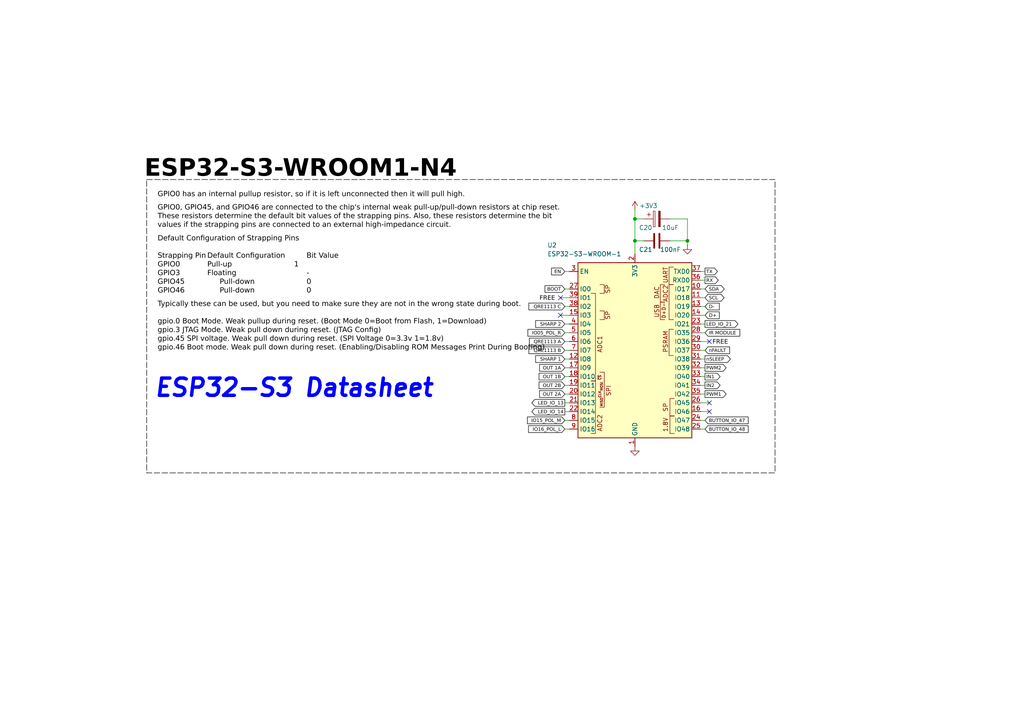
<source format=kicad_sch>
(kicad_sch (version 20231120) (generator "eeschema") (generator_version "8.0")
  (paper "A4")
  (title_block (title "SUMEC_MK_IV") (date "2024-08-05") (rev "v3.0.9") (company "SPS NA PROSEKU") (comment 1 "Made in Prague, Czech Republic") (comment 2 "CONTACT: Savva Popov, savva.popov.sp@gmail.com, +420 605 570 366") (comment 3 "Made by bismarx-v1") (comment 4 "SUMEC MK IV aka SMD-V3 board"))
  (lib_symbols
    (symbol "Device:C" (pin_numbers hide) (pin_names (offset 0.254))
      (property "Reference" "C" (at 0.635 2.54 0))
      (property "Value" "C" (at 0.635 -2.54 0))
      (symbol "C_0_1"
        (polyline (pts (xy -2.032 -0.762) (xy 2.032 -0.762)) (stroke (width 0.508)))
        (polyline (pts (xy -2.032 0.762) (xy 2.032 0.762)) (stroke (width 0.508)))
      )
      (symbol "C_1_1"
        (pin passive line (at 0 3.81 270) (length 2.794) (name "~") (number "1"))
        (pin passive line (at 0 -3.81 90) (length 2.794) (name "~") (number "2"))
      )
    )
    (symbol "Device:C_Polarized" (pin_numbers hide) (pin_names (offset 0.254))
      (property "Reference" "C" (at 0.635 2.54 0))
      (property "Value" "C_Polarized" (at 0.635 -2.54 0))
      (symbol "C_Polarized_0_1"
        (rectangle (start -2.286 0.508) (end 2.286 1.016))
        (polyline (pts (xy -1.778 2.286) (xy -0.762 2.286)))
        (polyline (pts (xy -1.27 2.794) (xy -1.27 1.778)))
        (rectangle (start 2.286 -0.508) (end -2.286 -1.016) (fill (type outline)))
      )
      (symbol "C_Polarized_1_1"
        (pin passive line (at 0 3.81 270) (length 2.794) (name "~") (number "1"))
        (pin passive line (at 0 -3.81 90) (length 2.794) (name "~") (number "2"))
      )
    )
    (symbol "ESP32-S3-WROOM-1_CUSTOM_made_by_bismarx_1"
      (property "Reference" "U3" (at -26.162 -28.956 0))
      (property "Value" "ESP32-S3-WROOM-1" (at -26.162 -30.734 0))
      (symbol "ESP32-S3-WROOM-1_CUSTOM_made_by_bismarx_1_0_0"
        (rectangle (start -20.32 25.4) (end 12.7 -25.4) (stroke (width 0.254)) (fill (type background)))
        (text "PSRAM" (at 5.08 2.54 900) (effects (font (size 1.27 1.27))))
      )
      (symbol "ESP32-S3-WROOM-1_CUSTOM_made_by_bismarx_1_0_1"
        (polyline (pts (xy -16.51 -8.89) (xy -15.24 -8.89) (xy -15.24 -24.13) (xy -16.51 -24.13)))
        (polyline (pts (xy -16.51 16.51) (xy -15.24 16.51) (xy -15.24 -8.89) (xy -16.51 -8.89)))
        (polyline (pts (xy -13.97 -16.51) (xy -12.7 -16.51) (xy -12.7 -6.35) (xy -13.97 -6.35)))
        (polyline (pts (xy -13.97 8.89) (xy -12.7 8.89) (xy -12.7 11.43) (xy -13.97 11.43)))
        (polyline (pts (xy -13.97 16.51) (xy -12.7 16.51) (xy -12.7 19.05) (xy -13.97 19.05)))
        (polyline (pts (xy 4.826 8.89) (xy 3.556 8.89) (xy 3.556 13.97) (xy 4.826 13.97)))
        (polyline (pts (xy 4.826 13.97) (xy 3.556 13.97) (xy 3.556 19.05) (xy 4.826 19.05)))
        (polyline (pts (xy 7.366 -1.524) (xy 6.096 -1.524) (xy 6.096 6.096) (xy 7.366 6.096)))
        (polyline (pts (xy 7.366 8.89) (xy 6.096 8.89) (xy 6.096 19.05) (xy 7.366 19.05)))
        (polyline (pts (xy 7.366 19.05) (xy 6.096 19.05) (xy 6.096 24.13) (xy 7.366 24.13)))
        (polyline (pts (xy 7.62 -24.13) (xy 6.35 -24.13) (xy 6.35 -19.05) (xy 7.62 -19.05)))
        (polyline (pts (xy 7.62 -19.05) (xy 6.35 -19.05) (xy 6.35 -13.97) (xy 7.62 -13.97)))
      )
      (symbol "ESP32-S3-WROOM-1_CUSTOM_made_by_bismarx_1_1_0"
        (text "1.8V" (at 5.08 -21.59 900) (effects (font (size 1.27 1.27))))
        (text "ADC1" (at -13.97 1.778 900) (effects (font (size 1.27 1.27))))
        (text "ADC2" (at -13.97 -21.082 900) (effects (font (size 1.27 1.27))))
        (text "ADC2" (at 5.08 16.51 900) (effects (font (size 1.27 1.27))))
        (text "CLK" (at -13.97 -12.7 900) (effects (font (size 0.7 0.7))))
        (text "D+" (at 4.572 10.414 900) (effects (font (size 1 1))))
        (text "D-" (at 4.572 12.7 900) (effects (font (size 1 1))))
        (text "DAC" (at 2.54 16.764 900) (effects (font (size 1.27 1.27))))
        (text "MISO" (at -13.462 -14.986 900) (effects (font (size 0.7 0.7))))
        (text "MOSI" (at -13.462 -10.414 900) (effects (font (size 0.7 0.7))))
        (text "SP" (at -11.684 10.16 900) (effects (font (size 1.27 1.27))))
        (text "SP" (at -11.684 17.78 900) (effects (font (size 1.27 1.27))))
        (text "SP" (at 5.08 -16.51 900) (effects (font (size 1.27 1.27))))
        (text "SPI" (at -11.43 -11.684 900) (effects (font (size 1.27 1.27))))
        (text "UART" (at 5.08 21.844 900) (effects (font (size 1.27 1.27))))
        (text "USB" (at 2.54 11.43 900) (effects (font (size 1.27 1.27))))
        (text "~{CS}" (at -13.97 -7.874 900) (effects (font (size 0.7 0.7))))
      )
      (symbol "ESP32-S3-WROOM-1_CUSTOM_made_by_bismarx_1_1_1"
        (pin power_in line (at -3.81 -27.94 90) (length 2.54) (name "GND") (number "1"))
        (pin bidirectional line (at 15.24 17.78 180) (length 2.54) (name "IO17") (number "10"))
        (pin bidirectional line (at 15.24 15.24 180) (length 2.54) (name "IO18") (number "11"))
        (pin bidirectional line (at -22.86 -2.54 0) (length 2.54) (name "IO8") (number "12"))
        (pin bidirectional line (at 15.24 12.7 180) (length 2.54) (name "IO19") (number "13"))
        (pin bidirectional line (at 15.24 10.16 180) (length 2.54) (name "IO20") (number "14"))
        (pin bidirectional line (at -22.86 10.16 0) (length 2.54) (name "IO3") (number "15"))
        (pin bidirectional line (at 15.24 -17.78 180) (length 2.54) (name "IO46") (number "16"))
        (pin bidirectional line (at -22.86 -5.08 0) (length 2.54) (name "IO9") (number "17"))
        (pin bidirectional line (at -22.86 -7.62 0) (length 2.54) (name "IO10") (number "18"))
        (pin bidirectional line (at -22.86 -10.16 0) (length 2.54) (name "IO11") (number "19"))
        (pin power_in line (at -3.81 27.94 270) (length 2.54) (name "3V3") (number "2"))
        (pin bidirectional line (at -22.86 -12.7 0) (length 2.54) (name "IO12") (number "20"))
        (pin bidirectional line (at -22.86 -15.24 0) (length 2.54) (name "IO13") (number "21"))
        (pin bidirectional line (at -22.86 -17.78 0) (length 2.54) (name "IO14") (number "22"))
        (pin bidirectional line (at 15.24 7.62 180) (length 2.54) (name "IO21") (number "23"))
        (pin bidirectional line (at 15.24 -20.32 180) (length 2.54) (name "IO47") (number "24"))
        (pin bidirectional line (at 15.24 -22.86 180) (length 2.54) (name "IO48") (number "25"))
        (pin bidirectional line (at 15.24 -15.24 180) (length 2.54) (name "IO45") (number "26"))
        (pin bidirectional line (at -22.86 17.78 0) (length 2.54) (name "IO0") (number "27"))
        (pin bidirectional line (at 15.24 5.08 180) (length 2.54) (name "IO35") (number "28"))
        (pin bidirectional line (at 15.24 2.54 180) (length 2.54) (name "IO36") (number "29"))
        (pin input line (at -22.86 22.86 0) (length 2.54) (name "EN") (number "3"))
        (pin bidirectional line (at 15.24 0 180) (length 2.54) (name "IO37") (number "30"))
        (pin bidirectional line (at 15.24 -2.54 180) (length 2.54) (name "IO38") (number "31"))
        (pin bidirectional line (at 15.24 -5.08 180) (length 2.54) (name "IO39") (number "32"))
        (pin bidirectional line (at 15.24 -7.62 180) (length 2.54) (name "IO40") (number "33"))
        (pin bidirectional line (at 15.24 -10.16 180) (length 2.54) (name "IO41") (number "34"))
        (pin bidirectional line (at 15.24 -12.7 180) (length 2.54) (name "IO42") (number "35"))
        (pin bidirectional line (at 15.24 20.32 180) (length 2.54) (name "RXD0") (number "36"))
        (pin bidirectional line (at 15.24 22.86 180) (length 2.54) (name "TXD0") (number "37"))
        (pin bidirectional line (at -22.86 12.7 0) (length 2.54) (name "IO2") (number "38"))
        (pin bidirectional line (at -22.86 15.24 0) (length 2.54) (name "IO1") (number "39"))
        (pin bidirectional line (at -22.86 7.62 0) (length 2.54) (name "IO4") (number "4"))
        (pin passive line (at -3.81 -27.94 90) (length 2.54) hide (name "GND") (number "40"))
        (pin passive line (at -3.81 -27.94 90) (length 2.54) hide (name "GND") (number "41"))
        (pin bidirectional line (at -22.86 5.08 0) (length 2.54) (name "IO5") (number "5"))
        (pin bidirectional line (at -22.86 2.54 0) (length 2.54) (name "IO6") (number "6"))
        (pin bidirectional line (at -22.86 0 0) (length 2.54) (name "IO7") (number "7"))
        (pin bidirectional line (at -22.86 -20.32 0) (length 2.54) (name "IO15") (number "8"))
        (pin bidirectional line (at -22.86 -22.86 0) (length 2.54) (name "IO16") (number "9"))
      )
    )
    (symbol "GND_1" (power) (pin_numbers hide) (pin_names (offset 0) hide)
      (property "Value" "GND" (at 0 -3.81 0))
      (symbol "GND_1_0_1"
        (polyline (pts (xy 0 0) (xy 0 -1.27) (xy 1.27 -1.27) (xy 0 -2.54) (xy -1.27 -1.27) (xy 0 -1.27)))
      )
      (symbol "GND_1_1_1"
        (pin power_in line (at 0 0 270) (length 0) (name "~") (number "1"))
      )
    )
    (symbol "power:+3V3" (power) (pin_names (offset 0))
      (property "Value" "+3V3" (at 0 3.556 0))
      (symbol "+3V3_0_1"
        (polyline (pts (xy -0.762 1.27) (xy 0 2.54)))
        (polyline (pts (xy 0 0) (xy 0 2.54)))
        (polyline (pts (xy 0 2.54) (xy 0.762 1.27)))
      )
      (symbol "+3V3_1_1"
        (pin power_in line (at 0 0 90) (length 0) hide (name "+3V3") (number "1"))
      )
    )
    (symbol "power:GND" (power) (pin_names (offset 0))
      (property "Value" "GND" (at 0 -3.81 0))
      (symbol "GND_0_1"
        (polyline (pts (xy 0 0) (xy 0 -1.27) (xy 1.27 -1.27) (xy 0 -2.54) (xy -1.27 -1.27) (xy 0 -1.27)))
      )
      (symbol "GND_1_1"
        (pin power_in line (at 0 0 270) (length 0) hide (name "GND") (number "1"))
      )
    )
  )
  (junction (at 184.15 63.5))
  (junction (at 184.15 69.85))
  (junction (at 199.39 69.85))
  (no_connect (at 205.74 99.06))
  (no_connect (at 162.56 91.44))
  (no_connect (at 205.74 116.84))
  (no_connect (at 205.74 119.38))
  (no_connect (at 162.56 86.36))
  (wire (pts (xy 204.47 101.6) (xy 203.2 101.6)))
  (wire (pts (xy 162.56 86.36) (xy 165.1 86.36)))
  (wire (pts (xy 199.39 63.5) (xy 199.39 69.85)))
  (wire (pts (xy 163.83 109.22) (xy 165.1 109.22)))
  (wire (pts (xy 184.15 69.85) (xy 184.15 73.66)))
  (wire (pts (xy 204.47 81.28) (xy 203.2 81.28)))
  (wire (pts (xy 163.83 99.06) (xy 165.1 99.06)))
  (wire (pts (xy 204.47 78.74) (xy 203.2 78.74)))
  (wire (pts (xy 163.83 104.14) (xy 165.1 104.14)))
  (wire (pts (xy 204.47 104.14) (xy 203.2 104.14)))
  (wire (pts (xy 204.47 121.92) (xy 203.2 121.92)))
  (wire (pts (xy 205.74 119.38) (xy 203.2 119.38)))
  (wire (pts (xy 184.15 63.5) (xy 184.15 69.85)))
  (wire (pts (xy 204.47 111.76) (xy 203.2 111.76)))
  (wire (pts (xy 163.83 78.74) (xy 165.1 78.74)))
  (wire (pts (xy 205.74 116.84) (xy 203.2 116.84)))
  (wire (pts (xy 163.83 121.92) (xy 165.1 121.92)))
  (wire (pts (xy 184.15 63.5) (xy 186.69 63.5)))
  (wire (pts (xy 163.83 111.76) (xy 165.1 111.76)))
  (wire (pts (xy 163.83 88.9) (xy 165.1 88.9)))
  (wire (pts (xy 163.83 116.84) (xy 165.1 116.84)))
  (wire (pts (xy 203.2 106.68) (xy 204.47 106.68)))
  (wire (pts (xy 204.47 93.98) (xy 203.2 93.98)))
  (wire (pts (xy 163.83 101.6) (xy 165.1 101.6)))
  (wire (pts (xy 204.47 88.9) (xy 203.2 88.9)))
  (wire (pts (xy 163.83 96.52) (xy 165.1 96.52)))
  (wire (pts (xy 163.83 124.46) (xy 165.1 124.46)))
  (wire (pts (xy 204.47 86.36) (xy 203.2 86.36)))
  (wire (pts (xy 204.47 109.22) (xy 203.2 109.22)))
  (wire (pts (xy 204.47 96.52) (xy 203.2 96.52)))
  (wire (pts (xy 163.83 114.3) (xy 165.1 114.3)))
  (wire (pts (xy 204.47 91.44) (xy 203.2 91.44)))
  (wire (pts (xy 184.15 60.96) (xy 184.15 63.5)))
  (wire (pts (xy 186.69 69.85) (xy 184.15 69.85)))
  (wire (pts (xy 204.47 124.46) (xy 203.2 124.46)))
  (wire (pts (xy 163.83 83.82) (xy 165.1 83.82)))
  (wire (pts (xy 199.39 69.85) (xy 199.39 71.12)))
  (wire (pts (xy 194.31 69.85) (xy 199.39 69.85)))
  (wire (pts (xy 163.83 119.38) (xy 165.1 119.38)))
  (wire (pts (xy 162.56 91.44) (xy 165.1 91.44)))
  (wire (pts (xy 205.74 99.06) (xy 203.2 99.06)))
  (wire (pts (xy 163.83 93.98) (xy 165.1 93.98)))
  (wire (pts (xy 163.83 106.68) (xy 165.1 106.68)))
  (wire (pts (xy 204.47 114.3) (xy 203.2 114.3)))
  (wire (pts (xy 194.31 63.5) (xy 199.39 63.5)))
  (wire (pts (xy 204.47 83.82) (xy 203.2 83.82)))
  (rectangle (start 42.545 52.07) (end 224.79 137.16) (stroke (width 0) (type dash) (color 0 0 0 1)))
  (text "Typically these can be used, but you need to make sure they are not in the wrong state during boot.\n\ngpio.0 Boot Mode. Weak pullup during reset. (Boot Mode 0=Boot from Flash, 1=Download)\ngpio.3 JTAG Mode. Weak pull down during reset. (JTAG Config)\ngpio.45 SPI voltage. Weak pull down during reset. (SPI Voltage 0=3.3v 1=1.8v)\ngpio.46 Boot mode. Weak pull down during reset. (Enabling/Disabling ROM Messages Print During Booting)" (at 45.72 102.235 0) (effects (font (size 1.5 1.5)) (justify left bottom)))
  (text "GPIO0 has an internal pullup resistor, so if it is left unconnected then it will pull high." (at 45.72 57.785 0) (effects (font (size 1.5 1.5)) (justify left bottom)))
  (text "ESP32-S3-WROOM1-N4" (at 41.91 53.34 0) (effects (font (size 5 5) (bold yes)) (justify left bottom)))
  (text "FREE" (at 158.75 86.995 0) (effects (font (size 1.27 1.27))))
  (text "GPIO0, GPIO45, and GPIO46 are connected to the chip's internal weak pull-up/pull-down resistors at chip reset.\nThese resistors determine the default bit values of the strapping pins. Also, these resistors determine the bit\nvalues if the strapping pins are connected to an external high-impedance circuit." (at 45.72 66.675 0) (effects (font (size 1.5 1.5)) (justify left bottom)))
  (text "FREE" (at 208.915 99.695 0) (effects (font (size 1.27 1.27))))
  (text "ESP32-S3 Datasheet" (at 44.45 115.57 0) (effects (font (size 5 5) (thickness 1) (bold yes) (italic yes)) (justify left bottom)))
  (text "Default Configuration of Strapping Pins\n\nStrapping Pin	Default Configuration		Bit Value\nGPIO0 			Pull-up						1\nGPIO3			Floating						-\nGPIO45			Pull-down					0\nGPIO46			Pull-down					0" (at 45.72 85.725 0) (effects (font (size 1.5 1.5)) (justify left bottom)))
  (global_label "D-" (shape input) (at 204.47 88.9 0) (effects (font (size 1 1))) (property "Intersheetrefs" "${INTERSHEET_REFS}" (effects (hide yes))))
  (global_label "BUTTON_IO_47" (shape input) (at 204.47 121.92 0) (effects (font (size 1 1))) (property "Intersheetrefs" "${INTERSHEET_REFS}" (effects (hide yes))))
  (global_label "LED_IO_14" (shape output) (at 163.83 119.38 180) (effects (font (size 1 1))) (property "Intersheetrefs" "${INTERSHEET_REFS}" (effects (hide yes))))
  (global_label "OUT 1A" (shape input) (at 163.83 106.68 180) (effects (font (size 1 1))) (property "Intersheetrefs" "${INTERSHEET_REFS}" (effects (hide yes))))
  (global_label "PWM2" (shape output) (at 204.47 106.68 0) (effects (font (size 1 1))) (property "Intersheetrefs" "${INTERSHEET_REFS}" (effects (hide yes))))
  (global_label "BUTTON_IO_48" (shape input) (at 204.47 124.46 0) (effects (font (size 1 1))) (property "Intersheetrefs" "${INTERSHEET_REFS}" (effects (hide yes))))
  (global_label "IO16_POL_L" (shape input) (at 163.83 124.46 180) (effects (font (size 1 1))) (property "Intersheetrefs" "${INTERSHEET_REFS}" (effects (hide yes))))
  (global_label "EN" (shape input) (at 163.83 78.74 180) (effects (font (size 1 1))) (property "Intersheetrefs" "${INTERSHEET_REFS}" (effects (hide yes))))
  (global_label "QRE1113 C" (shape input) (at 163.83 88.9 180) (effects (font (size 1 1))) (property "Intersheetrefs" "${INTERSHEET_REFS}" (effects (hide yes))))
  (global_label "SCL" (shape bidirectional) (at 204.47 86.36 0) (effects (font (size 1 1))) (property "Intersheetrefs" "${INTERSHEET_REFS}" (effects (hide yes))))
  (global_label "SHARP 1" (shape input) (at 163.83 104.14 180) (effects (font (size 1 1))) (property "Intersheetrefs" "${INTERSHEET_REFS}" (effects (hide yes))))
  (global_label "OUT 2B" (shape input) (at 163.83 111.76 180) (effects (font (size 1 1))) (property "Intersheetrefs" "${INTERSHEET_REFS}" (effects (hide yes))))
  (global_label "IR MODULE" (shape input) (at 204.47 96.52 0) (effects (font (size 1 1))) (property "Intersheetrefs" "${INTERSHEET_REFS}" (effects (hide yes))))
  (global_label "BOOT" (shape input) (at 163.83 83.82 180) (effects (font (size 1 1))) (property "Intersheetrefs" "${INTERSHEET_REFS}" (effects (hide yes))))
  (global_label "LED_IO_13" (shape output) (at 163.83 116.84 180) (effects (font (size 1 1))) (property "Intersheetrefs" "${INTERSHEET_REFS}" (effects (hide yes))))
  (global_label "D+" (shape input) (at 204.47 91.44 0) (effects (font (size 1 1))) (property "Intersheetrefs" "${INTERSHEET_REFS}" (effects (hide yes))))
  (global_label "IO15_POL_M" (shape input) (at 163.83 121.92 180) (effects (font (size 1 1))) (property "Intersheetrefs" "${INTERSHEET_REFS}" (effects (hide yes))))
  (global_label "LED_IO_21" (shape output) (at 204.47 93.98 0) (effects (font (size 1 1))) (property "Intersheetrefs" "${INTERSHEET_REFS}" (effects (hide yes))))
  (global_label "IN2" (shape output) (at 204.47 111.76 0) (effects (font (size 1 1))) (property "Intersheetrefs" "${INTERSHEET_REFS}" (effects (hide yes))))
  (global_label "nSLEEP" (shape output) (at 204.47 104.14 0) (effects (font (size 1 1))) (property "Intersheetrefs" "${INTERSHEET_REFS}" (effects (hide yes))))
  (global_label "IO05_POL_R" (shape input) (at 163.83 96.52 180) (effects (font (size 1 1))) (property "Intersheetrefs" "${INTERSHEET_REFS}" (effects (hide yes))))
  (global_label "OUT 1B" (shape input) (at 163.83 109.22 180) (effects (font (size 1 1))) (property "Intersheetrefs" "${INTERSHEET_REFS}" (effects (hide yes))))
  (global_label "PWM1" (shape output) (at 204.47 114.3 0) (effects (font (size 1 1))) (property "Intersheetrefs" "${INTERSHEET_REFS}" (effects (hide yes))))
  (global_label "IN1" (shape output) (at 204.47 109.22 0) (effects (font (size 1 1))) (property "Intersheetrefs" "${INTERSHEET_REFS}" (effects (hide yes))))
  (global_label "SDA" (shape bidirectional) (at 204.47 83.82 0) (effects (font (size 1 1))) (property "Intersheetrefs" "${INTERSHEET_REFS}" (effects (hide yes))))
  (global_label "QRE1113 B" (shape input) (at 163.83 101.6 180) (effects (font (size 1 1))) (property "Intersheetrefs" "${INTERSHEET_REFS}" (effects (hide yes))))
  (global_label "OUT 2A" (shape input) (at 163.83 114.3 180) (effects (font (size 1 1))) (property "Intersheetrefs" "${INTERSHEET_REFS}" (effects (hide yes))))
  (global_label "SHARP 2" (shape input) (at 163.83 93.98 180) (effects (font (size 1 1))) (property "Intersheetrefs" "${INTERSHEET_REFS}" (effects (hide yes))))
  (global_label "TX" (shape output) (at 204.47 78.74 0) (effects (font (size 1 1))) (property "Intersheetrefs" "${INTERSHEET_REFS}" (effects (hide yes))))
  (global_label "RX" (shape output) (at 204.47 81.28 0) (effects (font (size 1 1))) (property "Intersheetrefs" "${INTERSHEET_REFS}" (effects (hide yes))))
  (global_label "QRE1113 A" (shape input) (at 163.83 99.06 180) (effects (font (size 1 1))) (property "Intersheetrefs" "${INTERSHEET_REFS}" (effects (hide yes))))
  (global_label "nFAULT" (shape input) (at 204.47 101.6 0) (effects (font (size 1 1))) (property "Intersheetrefs" "${INTERSHEET_REFS}" (effects (hide yes))))
  (symbol (lib_name "ESP32-S3-WROOM-1_CUSTOM_made_by_bismarx_1") (lib_id "sumec_sch_lib:ESP32-S3-WROOM-1_CUSTOM_made_by_bismarx") (at 187.96 101.6 0) (unit 1)
    (property "Reference" "U2" (at 158.75 71.12 0) (effects (justify left)))
    (property "Value" "ESP32-S3-WROOM-1" (at 158.75 73.66 0) (effects (justify left)))
    (property "Footprint" "PCM_Espressif:ESP32-S3-WROOM-1" (effects (hide yes)))
    (property "Datasheet" "https://www.espressif.com/sites/default/files/documentation/esp32-s3-wroom-1_wroom-1u_datasheet_en.pdf" (effects (hide yes)))
    (property "Description" "RF Module, ESP32-S3 SoC, Wi-Fi 802.11b/g/n, Bluetooth, BLE, 32-bit, 3.3V, onboard antenna, SMD" (effects (hide yes)))
  )
  (symbol (lib_id "power:GND") (at 184.15 129.54 0) (unit 1)
    (property "Reference" "#PWR042" (effects (hide yes)))
    (property "Value" "GND" (effects (hide yes)))
  )
  (symbol (lib_id "Device:C_Polarized") (at 190.5 63.5 90) (mirror x) (unit 1)
    (property "Reference" "C20" (at 189.23 66.04 90) (effects (justify left)))
    (property "Value" "10uF" (at 196.85 66.04 90) (effects (justify left)))
    (property "Footprint" "Capacitor_Tantalum_SMD:CP_EIA-3216-18_Kemet-A_Pad1.58x1.35mm_HandSolder" (effects (hide yes)))
  )
  (symbol (lib_id "power:+3V3") (at 184.15 60.96 0) (unit 1)
    (property "Reference" "#PWR041" (effects (hide yes)))
    (property "Value" "+3V3" (at 185.42 59.69 0) (effects (justify left)))
  )
  (symbol (lib_name "GND_1") (lib_id "power:GND") (at 199.39 71.12 0) (unit 1)
    (property "Reference" "#PWR043" (effects (hide yes)))
    (property "Value" "GND" (effects (hide yes)))
    (property "Description" "Power symbol creates a global label with name \"GND\" , ground" (effects (hide yes)))
  )
  (symbol (lib_id "Device:C") (at 190.5 69.85 90) (mirror x) (unit 1)
    (property "Reference" "C21" (at 189.23 72.39 90) (effects (justify left)))
    (property "Value" "100nF" (at 197.485 72.39 90) (effects (justify left)))
    (property "Footprint" "Capacitor_SMD:C_0805_2012Metric_Pad1.18x1.45mm_HandSolder" (effects (hide yes)))
  )
)
</source>
